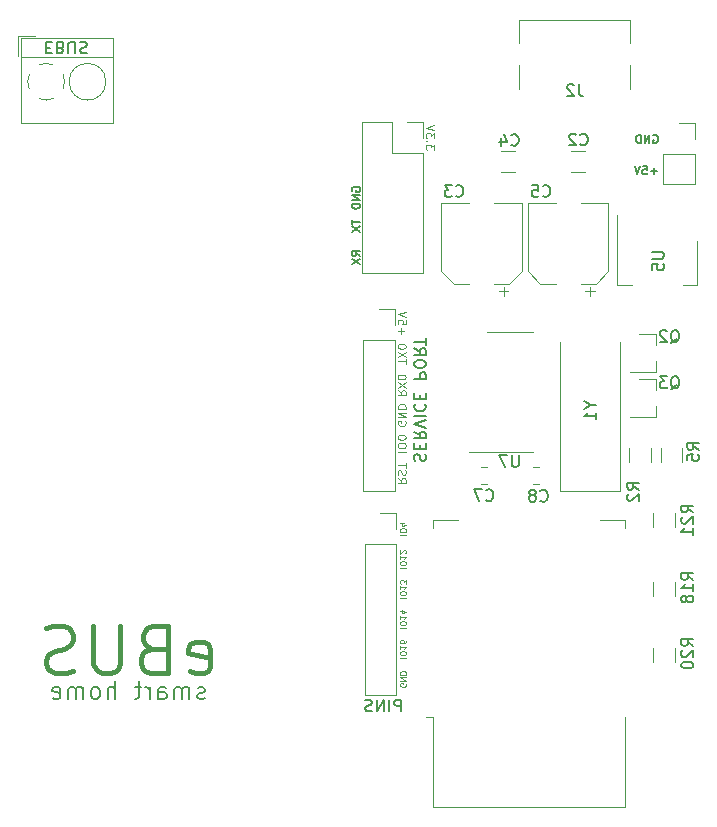
<source format=gbr>
%TF.GenerationSoftware,KiCad,Pcbnew,6.0.11-2627ca5db0~126~ubuntu20.04.1*%
%TF.CreationDate,2023-05-17T16:55:42+02:00*%
%TF.ProjectId,ebus,65627573-2e6b-4696-9361-645f70636258,rev?*%
%TF.SameCoordinates,Original*%
%TF.FileFunction,Legend,Bot*%
%TF.FilePolarity,Positive*%
%FSLAX46Y46*%
G04 Gerber Fmt 4.6, Leading zero omitted, Abs format (unit mm)*
G04 Created by KiCad (PCBNEW 6.0.11-2627ca5db0~126~ubuntu20.04.1) date 2023-05-17 16:55:42*
%MOMM*%
%LPD*%
G01*
G04 APERTURE LIST*
%ADD10C,0.150000*%
%ADD11C,0.125000*%
%ADD12C,0.200000*%
%ADD13C,0.400000*%
%ADD14C,0.120000*%
G04 APERTURE END LIST*
D10*
X97567000Y-96240666D02*
X97533666Y-96174000D01*
X97533666Y-96074000D01*
X97567000Y-95974000D01*
X97633666Y-95907333D01*
X97700333Y-95874000D01*
X97833666Y-95840666D01*
X97933666Y-95840666D01*
X98067000Y-95874000D01*
X98133666Y-95907333D01*
X98200333Y-95974000D01*
X98233666Y-96074000D01*
X98233666Y-96140666D01*
X98200333Y-96240666D01*
X98167000Y-96274000D01*
X97933666Y-96274000D01*
X97933666Y-96140666D01*
X98233666Y-96574000D02*
X97533666Y-96574000D01*
X98233666Y-96974000D01*
X97533666Y-96974000D01*
X98233666Y-97307333D02*
X97533666Y-97307333D01*
X97533666Y-97474000D01*
X97567000Y-97574000D01*
X97633666Y-97640666D01*
X97700333Y-97674000D01*
X97833666Y-97707333D01*
X97933666Y-97707333D01*
X98067000Y-97674000D01*
X98133666Y-97640666D01*
X98200333Y-97574000D01*
X98233666Y-97474000D01*
X98233666Y-97307333D01*
X98233666Y-101737333D02*
X97900333Y-101504000D01*
X98233666Y-101337333D02*
X97533666Y-101337333D01*
X97533666Y-101604000D01*
X97567000Y-101670666D01*
X97600333Y-101704000D01*
X97667000Y-101737333D01*
X97767000Y-101737333D01*
X97833666Y-101704000D01*
X97867000Y-101670666D01*
X97900333Y-101604000D01*
X97900333Y-101337333D01*
X97533666Y-101970666D02*
X98233666Y-102437333D01*
X97533666Y-102437333D02*
X98233666Y-101970666D01*
X97533666Y-98653666D02*
X97533666Y-99053666D01*
X98233666Y-98853666D02*
X97533666Y-98853666D01*
X97533666Y-99220333D02*
X98233666Y-99687000D01*
X97533666Y-99687000D02*
X98233666Y-99220333D01*
D11*
X104523333Y-92727333D02*
X104523333Y-92294000D01*
X104256666Y-92527333D01*
X104256666Y-92427333D01*
X104223333Y-92360666D01*
X104190000Y-92327333D01*
X104123333Y-92294000D01*
X103956666Y-92294000D01*
X103890000Y-92327333D01*
X103856666Y-92360666D01*
X103823333Y-92427333D01*
X103823333Y-92627333D01*
X103856666Y-92694000D01*
X103890000Y-92727333D01*
X103890000Y-91994000D02*
X103856666Y-91960666D01*
X103823333Y-91994000D01*
X103856666Y-92027333D01*
X103890000Y-91994000D01*
X103823333Y-91994000D01*
X104523333Y-91727333D02*
X104523333Y-91294000D01*
X104256666Y-91527333D01*
X104256666Y-91427333D01*
X104223333Y-91360666D01*
X104190000Y-91327333D01*
X104123333Y-91294000D01*
X103956666Y-91294000D01*
X103890000Y-91327333D01*
X103856666Y-91360666D01*
X103823333Y-91427333D01*
X103823333Y-91627333D01*
X103856666Y-91694000D01*
X103890000Y-91727333D01*
X104523333Y-91094000D02*
X103823333Y-90860666D01*
X104523333Y-90627333D01*
D10*
X123378800Y-94538000D02*
X122845466Y-94538000D01*
X123112133Y-94804666D02*
X123112133Y-94271333D01*
X122178800Y-94104666D02*
X122512133Y-94104666D01*
X122545466Y-94438000D01*
X122512133Y-94404666D01*
X122445466Y-94371333D01*
X122278800Y-94371333D01*
X122212133Y-94404666D01*
X122178800Y-94438000D01*
X122145466Y-94504666D01*
X122145466Y-94671333D01*
X122178800Y-94738000D01*
X122212133Y-94771333D01*
X122278800Y-94804666D01*
X122445466Y-94804666D01*
X122512133Y-94771333D01*
X122545466Y-94738000D01*
X121945466Y-94104666D02*
X121712133Y-94804666D01*
X121478800Y-94104666D01*
X101703000Y-140279380D02*
X101703000Y-139279380D01*
X101322047Y-139279380D01*
X101226809Y-139327000D01*
X101179190Y-139374619D01*
X101131571Y-139469857D01*
X101131571Y-139612714D01*
X101179190Y-139707952D01*
X101226809Y-139755571D01*
X101322047Y-139803190D01*
X101703000Y-139803190D01*
X100703000Y-140279380D02*
X100703000Y-139279380D01*
X100226809Y-140279380D02*
X100226809Y-139279380D01*
X99655380Y-140279380D01*
X99655380Y-139279380D01*
X99226809Y-140231761D02*
X99083952Y-140279380D01*
X98845857Y-140279380D01*
X98750619Y-140231761D01*
X98703000Y-140184142D01*
X98655380Y-140088904D01*
X98655380Y-139993666D01*
X98703000Y-139898428D01*
X98750619Y-139850809D01*
X98845857Y-139803190D01*
X99036333Y-139755571D01*
X99131571Y-139707952D01*
X99179190Y-139660333D01*
X99226809Y-139565095D01*
X99226809Y-139469857D01*
X99179190Y-139374619D01*
X99131571Y-139327000D01*
X99036333Y-139279380D01*
X98798238Y-139279380D01*
X98655380Y-139327000D01*
D11*
X101410333Y-120525333D02*
X101743666Y-120758666D01*
X101410333Y-120925333D02*
X102110333Y-120925333D01*
X102110333Y-120658666D01*
X102077000Y-120592000D01*
X102043666Y-120558666D01*
X101977000Y-120525333D01*
X101877000Y-120525333D01*
X101810333Y-120558666D01*
X101777000Y-120592000D01*
X101743666Y-120658666D01*
X101743666Y-120925333D01*
X101443666Y-120258666D02*
X101410333Y-120158666D01*
X101410333Y-119992000D01*
X101443666Y-119925333D01*
X101477000Y-119892000D01*
X101543666Y-119858666D01*
X101610333Y-119858666D01*
X101677000Y-119892000D01*
X101710333Y-119925333D01*
X101743666Y-119992000D01*
X101777000Y-120125333D01*
X101810333Y-120192000D01*
X101843666Y-120225333D01*
X101910333Y-120258666D01*
X101977000Y-120258666D01*
X102043666Y-120225333D01*
X102077000Y-120192000D01*
X102110333Y-120125333D01*
X102110333Y-119958666D01*
X102077000Y-119858666D01*
X102110333Y-119658666D02*
X102110333Y-119258666D01*
X101410333Y-119458666D02*
X102110333Y-119458666D01*
X101627809Y-125341000D02*
X102127809Y-125341000D01*
X102127809Y-125007666D02*
X102127809Y-124912428D01*
X102104000Y-124864809D01*
X102056380Y-124817190D01*
X101961142Y-124793380D01*
X101794476Y-124793380D01*
X101699238Y-124817190D01*
X101651619Y-124864809D01*
X101627809Y-124912428D01*
X101627809Y-125007666D01*
X101651619Y-125055285D01*
X101699238Y-125102904D01*
X101794476Y-125126714D01*
X101961142Y-125126714D01*
X102056380Y-125102904D01*
X102104000Y-125055285D01*
X102127809Y-125007666D01*
X101961142Y-124364809D02*
X101627809Y-124364809D01*
X102151619Y-124483857D02*
X101794476Y-124602904D01*
X101794476Y-124293380D01*
X101627809Y-133199095D02*
X102127809Y-133199095D01*
X102127809Y-132865761D02*
X102127809Y-132770523D01*
X102104000Y-132722904D01*
X102056380Y-132675285D01*
X101961142Y-132651476D01*
X101794476Y-132651476D01*
X101699238Y-132675285D01*
X101651619Y-132722904D01*
X101627809Y-132770523D01*
X101627809Y-132865761D01*
X101651619Y-132913380D01*
X101699238Y-132961000D01*
X101794476Y-132984809D01*
X101961142Y-132984809D01*
X102056380Y-132961000D01*
X102104000Y-132913380D01*
X102127809Y-132865761D01*
X101627809Y-132175285D02*
X101627809Y-132461000D01*
X101627809Y-132318142D02*
X102127809Y-132318142D01*
X102056380Y-132365761D01*
X102008761Y-132413380D01*
X101984952Y-132461000D01*
X101961142Y-131746714D02*
X101627809Y-131746714D01*
X102151619Y-131865761D02*
X101794476Y-131984809D01*
X101794476Y-131675285D01*
D12*
X85077285Y-139164142D02*
X84934428Y-139235571D01*
X84648714Y-139235571D01*
X84505857Y-139164142D01*
X84434428Y-139021285D01*
X84434428Y-138949857D01*
X84505857Y-138807000D01*
X84648714Y-138735571D01*
X84863000Y-138735571D01*
X85005857Y-138664142D01*
X85077285Y-138521285D01*
X85077285Y-138449857D01*
X85005857Y-138307000D01*
X84863000Y-138235571D01*
X84648714Y-138235571D01*
X84505857Y-138307000D01*
X83791571Y-139235571D02*
X83791571Y-138235571D01*
X83791571Y-138378428D02*
X83720142Y-138307000D01*
X83577285Y-138235571D01*
X83363000Y-138235571D01*
X83220142Y-138307000D01*
X83148714Y-138449857D01*
X83148714Y-139235571D01*
X83148714Y-138449857D02*
X83077285Y-138307000D01*
X82934428Y-138235571D01*
X82720142Y-138235571D01*
X82577285Y-138307000D01*
X82505857Y-138449857D01*
X82505857Y-139235571D01*
X81148714Y-139235571D02*
X81148714Y-138449857D01*
X81220142Y-138307000D01*
X81363000Y-138235571D01*
X81648714Y-138235571D01*
X81791571Y-138307000D01*
X81148714Y-139164142D02*
X81291571Y-139235571D01*
X81648714Y-139235571D01*
X81791571Y-139164142D01*
X81863000Y-139021285D01*
X81863000Y-138878428D01*
X81791571Y-138735571D01*
X81648714Y-138664142D01*
X81291571Y-138664142D01*
X81148714Y-138592714D01*
X80434428Y-139235571D02*
X80434428Y-138235571D01*
X80434428Y-138521285D02*
X80363000Y-138378428D01*
X80291571Y-138307000D01*
X80148714Y-138235571D01*
X80005857Y-138235571D01*
X79720142Y-138235571D02*
X79148714Y-138235571D01*
X79505857Y-137735571D02*
X79505857Y-139021285D01*
X79434428Y-139164142D01*
X79291571Y-139235571D01*
X79148714Y-139235571D01*
X77505857Y-139235571D02*
X77505857Y-137735571D01*
X76863000Y-139235571D02*
X76863000Y-138449857D01*
X76934428Y-138307000D01*
X77077285Y-138235571D01*
X77291571Y-138235571D01*
X77434428Y-138307000D01*
X77505857Y-138378428D01*
X75934428Y-139235571D02*
X76077285Y-139164142D01*
X76148714Y-139092714D01*
X76220142Y-138949857D01*
X76220142Y-138521285D01*
X76148714Y-138378428D01*
X76077285Y-138307000D01*
X75934428Y-138235571D01*
X75720142Y-138235571D01*
X75577285Y-138307000D01*
X75505857Y-138378428D01*
X75434428Y-138521285D01*
X75434428Y-138949857D01*
X75505857Y-139092714D01*
X75577285Y-139164142D01*
X75720142Y-139235571D01*
X75934428Y-139235571D01*
X74791571Y-139235571D02*
X74791571Y-138235571D01*
X74791571Y-138378428D02*
X74720142Y-138307000D01*
X74577285Y-138235571D01*
X74363000Y-138235571D01*
X74220142Y-138307000D01*
X74148714Y-138449857D01*
X74148714Y-139235571D01*
X74148714Y-138449857D02*
X74077285Y-138307000D01*
X73934428Y-138235571D01*
X73720142Y-138235571D01*
X73577285Y-138307000D01*
X73505857Y-138449857D01*
X73505857Y-139235571D01*
X72220142Y-139164142D02*
X72363000Y-139235571D01*
X72648714Y-139235571D01*
X72791571Y-139164142D01*
X72863000Y-139021285D01*
X72863000Y-138449857D01*
X72791571Y-138307000D01*
X72648714Y-138235571D01*
X72363000Y-138235571D01*
X72220142Y-138307000D01*
X72148714Y-138449857D01*
X72148714Y-138592714D01*
X72863000Y-138735571D01*
D11*
X102110333Y-110848666D02*
X102110333Y-110448666D01*
X101410333Y-110648666D02*
X102110333Y-110648666D01*
X102110333Y-110282000D02*
X101410333Y-109815333D01*
X102110333Y-109815333D02*
X101410333Y-110282000D01*
X102110333Y-109415333D02*
X102110333Y-109348666D01*
X102077000Y-109282000D01*
X102043666Y-109248666D01*
X101977000Y-109215333D01*
X101843666Y-109182000D01*
X101677000Y-109182000D01*
X101543666Y-109215333D01*
X101477000Y-109248666D01*
X101443666Y-109282000D01*
X101410333Y-109348666D01*
X101410333Y-109415333D01*
X101443666Y-109482000D01*
X101477000Y-109515333D01*
X101543666Y-109548666D01*
X101677000Y-109582000D01*
X101843666Y-109582000D01*
X101977000Y-109548666D01*
X102043666Y-109515333D01*
X102077000Y-109482000D01*
X102110333Y-109415333D01*
X101410333Y-118302000D02*
X102110333Y-118302000D01*
X102110333Y-117835333D02*
X102110333Y-117702000D01*
X102077000Y-117635333D01*
X102010333Y-117568666D01*
X101877000Y-117535333D01*
X101643666Y-117535333D01*
X101510333Y-117568666D01*
X101443666Y-117635333D01*
X101410333Y-117702000D01*
X101410333Y-117835333D01*
X101443666Y-117902000D01*
X101510333Y-117968666D01*
X101643666Y-118002000D01*
X101877000Y-118002000D01*
X102010333Y-117968666D01*
X102077000Y-117902000D01*
X102110333Y-117835333D01*
X102110333Y-117102000D02*
X102110333Y-117035333D01*
X102077000Y-116968666D01*
X102043666Y-116935333D01*
X101977000Y-116902000D01*
X101843666Y-116868666D01*
X101677000Y-116868666D01*
X101543666Y-116902000D01*
X101477000Y-116935333D01*
X101443666Y-116968666D01*
X101410333Y-117035333D01*
X101410333Y-117102000D01*
X101443666Y-117168666D01*
X101477000Y-117202000D01*
X101543666Y-117235333D01*
X101677000Y-117268666D01*
X101843666Y-117268666D01*
X101977000Y-117235333D01*
X102043666Y-117202000D01*
X102077000Y-117168666D01*
X102110333Y-117102000D01*
D10*
X123062933Y-91496400D02*
X123129600Y-91463066D01*
X123229600Y-91463066D01*
X123329600Y-91496400D01*
X123396266Y-91563066D01*
X123429600Y-91629733D01*
X123462933Y-91763066D01*
X123462933Y-91863066D01*
X123429600Y-91996400D01*
X123396266Y-92063066D01*
X123329600Y-92129733D01*
X123229600Y-92163066D01*
X123162933Y-92163066D01*
X123062933Y-92129733D01*
X123029600Y-92096400D01*
X123029600Y-91863066D01*
X123162933Y-91863066D01*
X122729600Y-92163066D02*
X122729600Y-91463066D01*
X122329600Y-92163066D01*
X122329600Y-91463066D01*
X121996266Y-92163066D02*
X121996266Y-91463066D01*
X121829600Y-91463066D01*
X121729600Y-91496400D01*
X121662933Y-91563066D01*
X121629600Y-91629733D01*
X121596266Y-91763066D01*
X121596266Y-91863066D01*
X121629600Y-91996400D01*
X121662933Y-92063066D01*
X121729600Y-92129733D01*
X121829600Y-92163066D01*
X121996266Y-92163066D01*
D11*
X101627809Y-128119095D02*
X102127809Y-128119095D01*
X102127809Y-127785761D02*
X102127809Y-127690523D01*
X102104000Y-127642904D01*
X102056380Y-127595285D01*
X101961142Y-127571476D01*
X101794476Y-127571476D01*
X101699238Y-127595285D01*
X101651619Y-127642904D01*
X101627809Y-127690523D01*
X101627809Y-127785761D01*
X101651619Y-127833380D01*
X101699238Y-127881000D01*
X101794476Y-127904809D01*
X101961142Y-127904809D01*
X102056380Y-127881000D01*
X102104000Y-127833380D01*
X102127809Y-127785761D01*
X101627809Y-127095285D02*
X101627809Y-127381000D01*
X101627809Y-127238142D02*
X102127809Y-127238142D01*
X102056380Y-127285761D01*
X102008761Y-127333380D01*
X101984952Y-127381000D01*
X102080190Y-126904809D02*
X102104000Y-126881000D01*
X102127809Y-126833380D01*
X102127809Y-126714333D01*
X102104000Y-126666714D01*
X102080190Y-126642904D01*
X102032571Y-126619095D01*
X101984952Y-126619095D01*
X101913523Y-126642904D01*
X101627809Y-126928619D01*
X101627809Y-126619095D01*
X101677000Y-108342000D02*
X101677000Y-107808666D01*
X101410333Y-108075333D02*
X101943666Y-108075333D01*
X102110333Y-107142000D02*
X102110333Y-107475333D01*
X101777000Y-107508666D01*
X101810333Y-107475333D01*
X101843666Y-107408666D01*
X101843666Y-107242000D01*
X101810333Y-107175333D01*
X101777000Y-107142000D01*
X101710333Y-107108666D01*
X101543666Y-107108666D01*
X101477000Y-107142000D01*
X101443666Y-107175333D01*
X101410333Y-107242000D01*
X101410333Y-107408666D01*
X101443666Y-107475333D01*
X101477000Y-107508666D01*
X102110333Y-106908666D02*
X101410333Y-106675333D01*
X102110333Y-106442000D01*
X102077000Y-115722333D02*
X102110333Y-115789000D01*
X102110333Y-115889000D01*
X102077000Y-115989000D01*
X102010333Y-116055666D01*
X101943666Y-116089000D01*
X101810333Y-116122333D01*
X101710333Y-116122333D01*
X101577000Y-116089000D01*
X101510333Y-116055666D01*
X101443666Y-115989000D01*
X101410333Y-115889000D01*
X101410333Y-115822333D01*
X101443666Y-115722333D01*
X101477000Y-115689000D01*
X101710333Y-115689000D01*
X101710333Y-115822333D01*
X101410333Y-115389000D02*
X102110333Y-115389000D01*
X101410333Y-114989000D01*
X102110333Y-114989000D01*
X101410333Y-114655666D02*
X102110333Y-114655666D01*
X102110333Y-114489000D01*
X102077000Y-114389000D01*
X102010333Y-114322333D01*
X101943666Y-114289000D01*
X101810333Y-114255666D01*
X101710333Y-114255666D01*
X101577000Y-114289000D01*
X101510333Y-114322333D01*
X101443666Y-114389000D01*
X101410333Y-114489000D01*
X101410333Y-114655666D01*
D10*
X102846238Y-119061857D02*
X102798619Y-118919000D01*
X102798619Y-118680904D01*
X102846238Y-118585666D01*
X102893857Y-118538047D01*
X102989095Y-118490428D01*
X103084333Y-118490428D01*
X103179571Y-118538047D01*
X103227190Y-118585666D01*
X103274809Y-118680904D01*
X103322428Y-118871380D01*
X103370047Y-118966619D01*
X103417666Y-119014238D01*
X103512904Y-119061857D01*
X103608142Y-119061857D01*
X103703380Y-119014238D01*
X103751000Y-118966619D01*
X103798619Y-118871380D01*
X103798619Y-118633285D01*
X103751000Y-118490428D01*
X103322428Y-118061857D02*
X103322428Y-117728523D01*
X102798619Y-117585666D02*
X102798619Y-118061857D01*
X103798619Y-118061857D01*
X103798619Y-117585666D01*
X102798619Y-116585666D02*
X103274809Y-116919000D01*
X102798619Y-117157095D02*
X103798619Y-117157095D01*
X103798619Y-116776142D01*
X103751000Y-116680904D01*
X103703380Y-116633285D01*
X103608142Y-116585666D01*
X103465285Y-116585666D01*
X103370047Y-116633285D01*
X103322428Y-116680904D01*
X103274809Y-116776142D01*
X103274809Y-117157095D01*
X103798619Y-116299952D02*
X102798619Y-115966619D01*
X103798619Y-115633285D01*
X102798619Y-115299952D02*
X103798619Y-115299952D01*
X102893857Y-114252333D02*
X102846238Y-114299952D01*
X102798619Y-114442809D01*
X102798619Y-114538047D01*
X102846238Y-114680904D01*
X102941476Y-114776142D01*
X103036714Y-114823761D01*
X103227190Y-114871380D01*
X103370047Y-114871380D01*
X103560523Y-114823761D01*
X103655761Y-114776142D01*
X103751000Y-114680904D01*
X103798619Y-114538047D01*
X103798619Y-114442809D01*
X103751000Y-114299952D01*
X103703380Y-114252333D01*
X103322428Y-113823761D02*
X103322428Y-113490428D01*
X102798619Y-113347571D02*
X102798619Y-113823761D01*
X103798619Y-113823761D01*
X103798619Y-113347571D01*
X102798619Y-112157095D02*
X103798619Y-112157095D01*
X103798619Y-111776142D01*
X103751000Y-111680904D01*
X103703380Y-111633285D01*
X103608142Y-111585666D01*
X103465285Y-111585666D01*
X103370047Y-111633285D01*
X103322428Y-111680904D01*
X103274809Y-111776142D01*
X103274809Y-112157095D01*
X103798619Y-110966619D02*
X103798619Y-110776142D01*
X103751000Y-110680904D01*
X103655761Y-110585666D01*
X103465285Y-110538047D01*
X103131952Y-110538047D01*
X102941476Y-110585666D01*
X102846238Y-110680904D01*
X102798619Y-110776142D01*
X102798619Y-110966619D01*
X102846238Y-111061857D01*
X102941476Y-111157095D01*
X103131952Y-111204714D01*
X103465285Y-111204714D01*
X103655761Y-111157095D01*
X103751000Y-111061857D01*
X103798619Y-110966619D01*
X102798619Y-109538047D02*
X103274809Y-109871380D01*
X102798619Y-110109476D02*
X103798619Y-110109476D01*
X103798619Y-109728523D01*
X103751000Y-109633285D01*
X103703380Y-109585666D01*
X103608142Y-109538047D01*
X103465285Y-109538047D01*
X103370047Y-109585666D01*
X103322428Y-109633285D01*
X103274809Y-109728523D01*
X103274809Y-110109476D01*
X103798619Y-109252333D02*
X103798619Y-108680904D01*
X102798619Y-108966619D02*
X103798619Y-108966619D01*
D11*
X101627809Y-135739095D02*
X102127809Y-135739095D01*
X102127809Y-135405761D02*
X102127809Y-135310523D01*
X102104000Y-135262904D01*
X102056380Y-135215285D01*
X101961142Y-135191476D01*
X101794476Y-135191476D01*
X101699238Y-135215285D01*
X101651619Y-135262904D01*
X101627809Y-135310523D01*
X101627809Y-135405761D01*
X101651619Y-135453380D01*
X101699238Y-135501000D01*
X101794476Y-135524809D01*
X101961142Y-135524809D01*
X102056380Y-135501000D01*
X102104000Y-135453380D01*
X102127809Y-135405761D01*
X101627809Y-134715285D02*
X101627809Y-135001000D01*
X101627809Y-134858142D02*
X102127809Y-134858142D01*
X102056380Y-134905761D01*
X102008761Y-134953380D01*
X101984952Y-135001000D01*
X102127809Y-134286714D02*
X102127809Y-134381952D01*
X102104000Y-134429571D01*
X102080190Y-134453380D01*
X102008761Y-134501000D01*
X101913523Y-134524809D01*
X101723047Y-134524809D01*
X101675428Y-134501000D01*
X101651619Y-134477190D01*
X101627809Y-134429571D01*
X101627809Y-134334333D01*
X101651619Y-134286714D01*
X101675428Y-134262904D01*
X101723047Y-134239095D01*
X101842095Y-134239095D01*
X101889714Y-134262904D01*
X101913523Y-134286714D01*
X101937333Y-134334333D01*
X101937333Y-134429571D01*
X101913523Y-134477190D01*
X101889714Y-134501000D01*
X101842095Y-134524809D01*
X101410333Y-113099000D02*
X101743666Y-113332333D01*
X101410333Y-113499000D02*
X102110333Y-113499000D01*
X102110333Y-113232333D01*
X102077000Y-113165666D01*
X102043666Y-113132333D01*
X101977000Y-113099000D01*
X101877000Y-113099000D01*
X101810333Y-113132333D01*
X101777000Y-113165666D01*
X101743666Y-113232333D01*
X101743666Y-113499000D01*
X102110333Y-112865666D02*
X101410333Y-112399000D01*
X102110333Y-112399000D02*
X101410333Y-112865666D01*
X102110333Y-111999000D02*
X102110333Y-111932333D01*
X102077000Y-111865666D01*
X102043666Y-111832333D01*
X101977000Y-111799000D01*
X101843666Y-111765666D01*
X101677000Y-111765666D01*
X101543666Y-111799000D01*
X101477000Y-111832333D01*
X101443666Y-111865666D01*
X101410333Y-111932333D01*
X101410333Y-111999000D01*
X101443666Y-112065666D01*
X101477000Y-112099000D01*
X101543666Y-112132333D01*
X101677000Y-112165666D01*
X101843666Y-112165666D01*
X101977000Y-112132333D01*
X102043666Y-112099000D01*
X102077000Y-112065666D01*
X102110333Y-111999000D01*
D13*
X83851095Y-136874047D02*
X84232047Y-137064523D01*
X84993952Y-137064523D01*
X85374904Y-136874047D01*
X85565380Y-136493095D01*
X85565380Y-134969285D01*
X85374904Y-134588333D01*
X84993952Y-134397857D01*
X84232047Y-134397857D01*
X83851095Y-134588333D01*
X83660619Y-134969285D01*
X83660619Y-135350238D01*
X85565380Y-135731190D01*
X80613000Y-134969285D02*
X80041571Y-135159761D01*
X79851095Y-135350238D01*
X79660619Y-135731190D01*
X79660619Y-136302619D01*
X79851095Y-136683571D01*
X80041571Y-136874047D01*
X80422523Y-137064523D01*
X81946333Y-137064523D01*
X81946333Y-133064523D01*
X80613000Y-133064523D01*
X80232047Y-133255000D01*
X80041571Y-133445476D01*
X79851095Y-133826428D01*
X79851095Y-134207380D01*
X80041571Y-134588333D01*
X80232047Y-134778809D01*
X80613000Y-134969285D01*
X81946333Y-134969285D01*
X77946333Y-133064523D02*
X77946333Y-136302619D01*
X77755857Y-136683571D01*
X77565380Y-136874047D01*
X77184428Y-137064523D01*
X76422523Y-137064523D01*
X76041571Y-136874047D01*
X75851095Y-136683571D01*
X75660619Y-136302619D01*
X75660619Y-133064523D01*
X73946333Y-136874047D02*
X73374904Y-137064523D01*
X72422523Y-137064523D01*
X72041571Y-136874047D01*
X71851095Y-136683571D01*
X71660619Y-136302619D01*
X71660619Y-135921666D01*
X71851095Y-135540714D01*
X72041571Y-135350238D01*
X72422523Y-135159761D01*
X73184428Y-134969285D01*
X73565380Y-134778809D01*
X73755857Y-134588333D01*
X73946333Y-134207380D01*
X73946333Y-133826428D01*
X73755857Y-133445476D01*
X73565380Y-133255000D01*
X73184428Y-133064523D01*
X72232047Y-133064523D01*
X71660619Y-133255000D01*
D11*
X102104000Y-137921952D02*
X102127809Y-137969571D01*
X102127809Y-138041000D01*
X102104000Y-138112428D01*
X102056380Y-138160047D01*
X102008761Y-138183857D01*
X101913523Y-138207666D01*
X101842095Y-138207666D01*
X101746857Y-138183857D01*
X101699238Y-138160047D01*
X101651619Y-138112428D01*
X101627809Y-138041000D01*
X101627809Y-137993380D01*
X101651619Y-137921952D01*
X101675428Y-137898142D01*
X101842095Y-137898142D01*
X101842095Y-137993380D01*
X101627809Y-137683857D02*
X102127809Y-137683857D01*
X101627809Y-137398142D01*
X102127809Y-137398142D01*
X101627809Y-137160047D02*
X102127809Y-137160047D01*
X102127809Y-137041000D01*
X102104000Y-136969571D01*
X102056380Y-136921952D01*
X102008761Y-136898142D01*
X101913523Y-136874333D01*
X101842095Y-136874333D01*
X101746857Y-136898142D01*
X101699238Y-136921952D01*
X101651619Y-136969571D01*
X101627809Y-137041000D01*
X101627809Y-137160047D01*
X101627809Y-130659095D02*
X102127809Y-130659095D01*
X102127809Y-130325761D02*
X102127809Y-130230523D01*
X102104000Y-130182904D01*
X102056380Y-130135285D01*
X101961142Y-130111476D01*
X101794476Y-130111476D01*
X101699238Y-130135285D01*
X101651619Y-130182904D01*
X101627809Y-130230523D01*
X101627809Y-130325761D01*
X101651619Y-130373380D01*
X101699238Y-130421000D01*
X101794476Y-130444809D01*
X101961142Y-130444809D01*
X102056380Y-130421000D01*
X102104000Y-130373380D01*
X102127809Y-130325761D01*
X101627809Y-129635285D02*
X101627809Y-129921000D01*
X101627809Y-129778142D02*
X102127809Y-129778142D01*
X102056380Y-129825761D01*
X102008761Y-129873380D01*
X101984952Y-129921000D01*
X102127809Y-129468619D02*
X102127809Y-129159095D01*
X101937333Y-129325761D01*
X101937333Y-129254333D01*
X101913523Y-129206714D01*
X101889714Y-129182904D01*
X101842095Y-129159095D01*
X101723047Y-129159095D01*
X101675428Y-129182904D01*
X101651619Y-129206714D01*
X101627809Y-129254333D01*
X101627809Y-129397190D01*
X101651619Y-129444809D01*
X101675428Y-129468619D01*
D10*
X71640914Y-84094628D02*
X71974247Y-84094628D01*
X72117104Y-83570819D02*
X71640914Y-83570819D01*
X71640914Y-84570819D01*
X72117104Y-84570819D01*
X72879009Y-84094628D02*
X73021866Y-84047009D01*
X73069485Y-83999390D01*
X73117104Y-83904152D01*
X73117104Y-83761295D01*
X73069485Y-83666057D01*
X73021866Y-83618438D01*
X72926628Y-83570819D01*
X72545676Y-83570819D01*
X72545676Y-84570819D01*
X72879009Y-84570819D01*
X72974247Y-84523200D01*
X73021866Y-84475580D01*
X73069485Y-84380342D01*
X73069485Y-84285104D01*
X73021866Y-84189866D01*
X72974247Y-84142247D01*
X72879009Y-84094628D01*
X72545676Y-84094628D01*
X73545676Y-84570819D02*
X73545676Y-83761295D01*
X73593295Y-83666057D01*
X73640914Y-83618438D01*
X73736152Y-83570819D01*
X73926628Y-83570819D01*
X74021866Y-83618438D01*
X74069485Y-83666057D01*
X74117104Y-83761295D01*
X74117104Y-84570819D01*
X74545676Y-83618438D02*
X74688533Y-83570819D01*
X74926628Y-83570819D01*
X75021866Y-83618438D01*
X75069485Y-83666057D01*
X75117104Y-83761295D01*
X75117104Y-83856533D01*
X75069485Y-83951771D01*
X75021866Y-83999390D01*
X74926628Y-84047009D01*
X74736152Y-84094628D01*
X74640914Y-84142247D01*
X74593295Y-84189866D01*
X74545676Y-84285104D01*
X74545676Y-84380342D01*
X74593295Y-84475580D01*
X74640914Y-84523200D01*
X74736152Y-84570819D01*
X74974247Y-84570819D01*
X75117104Y-84523200D01*
%TO.C,C2*%
X116879666Y-92263142D02*
X116927285Y-92310761D01*
X117070142Y-92358380D01*
X117165380Y-92358380D01*
X117308238Y-92310761D01*
X117403476Y-92215523D01*
X117451095Y-92120285D01*
X117498714Y-91929809D01*
X117498714Y-91786952D01*
X117451095Y-91596476D01*
X117403476Y-91501238D01*
X117308238Y-91406000D01*
X117165380Y-91358380D01*
X117070142Y-91358380D01*
X116927285Y-91406000D01*
X116879666Y-91453619D01*
X116498714Y-91453619D02*
X116451095Y-91406000D01*
X116355857Y-91358380D01*
X116117761Y-91358380D01*
X116022523Y-91406000D01*
X115974904Y-91453619D01*
X115927285Y-91548857D01*
X115927285Y-91644095D01*
X115974904Y-91786952D01*
X116546333Y-92358380D01*
X115927285Y-92358380D01*
%TO.C,C3*%
X106338666Y-96623142D02*
X106386285Y-96670761D01*
X106529142Y-96718380D01*
X106624380Y-96718380D01*
X106767238Y-96670761D01*
X106862476Y-96575523D01*
X106910095Y-96480285D01*
X106957714Y-96289809D01*
X106957714Y-96146952D01*
X106910095Y-95956476D01*
X106862476Y-95861238D01*
X106767238Y-95766000D01*
X106624380Y-95718380D01*
X106529142Y-95718380D01*
X106386285Y-95766000D01*
X106338666Y-95813619D01*
X106005333Y-95718380D02*
X105386285Y-95718380D01*
X105719619Y-96099333D01*
X105576761Y-96099333D01*
X105481523Y-96146952D01*
X105433904Y-96194571D01*
X105386285Y-96289809D01*
X105386285Y-96527904D01*
X105433904Y-96623142D01*
X105481523Y-96670761D01*
X105576761Y-96718380D01*
X105862476Y-96718380D01*
X105957714Y-96670761D01*
X106005333Y-96623142D01*
%TO.C,C4*%
X111037666Y-92305142D02*
X111085285Y-92352761D01*
X111228142Y-92400380D01*
X111323380Y-92400380D01*
X111466238Y-92352761D01*
X111561476Y-92257523D01*
X111609095Y-92162285D01*
X111656714Y-91971809D01*
X111656714Y-91828952D01*
X111609095Y-91638476D01*
X111561476Y-91543238D01*
X111466238Y-91448000D01*
X111323380Y-91400380D01*
X111228142Y-91400380D01*
X111085285Y-91448000D01*
X111037666Y-91495619D01*
X110180523Y-91733714D02*
X110180523Y-92400380D01*
X110418619Y-91352761D02*
X110656714Y-92067047D01*
X110037666Y-92067047D01*
%TO.C,J2*%
X116766933Y-87183980D02*
X116766933Y-87898266D01*
X116814552Y-88041123D01*
X116909790Y-88136361D01*
X117052647Y-88183980D01*
X117147885Y-88183980D01*
X116338361Y-87279219D02*
X116290742Y-87231600D01*
X116195504Y-87183980D01*
X115957409Y-87183980D01*
X115862171Y-87231600D01*
X115814552Y-87279219D01*
X115766933Y-87374457D01*
X115766933Y-87469695D01*
X115814552Y-87612552D01*
X116385980Y-88183980D01*
X115766933Y-88183980D01*
%TO.C,R18*%
X126436380Y-129151142D02*
X125960190Y-128817809D01*
X126436380Y-128579714D02*
X125436380Y-128579714D01*
X125436380Y-128960666D01*
X125484000Y-129055904D01*
X125531619Y-129103523D01*
X125626857Y-129151142D01*
X125769714Y-129151142D01*
X125864952Y-129103523D01*
X125912571Y-129055904D01*
X125960190Y-128960666D01*
X125960190Y-128579714D01*
X126436380Y-130103523D02*
X126436380Y-129532095D01*
X126436380Y-129817809D02*
X125436380Y-129817809D01*
X125579238Y-129722571D01*
X125674476Y-129627333D01*
X125722095Y-129532095D01*
X125864952Y-130674952D02*
X125817333Y-130579714D01*
X125769714Y-130532095D01*
X125674476Y-130484476D01*
X125626857Y-130484476D01*
X125531619Y-130532095D01*
X125484000Y-130579714D01*
X125436380Y-130674952D01*
X125436380Y-130865428D01*
X125484000Y-130960666D01*
X125531619Y-131008285D01*
X125626857Y-131055904D01*
X125674476Y-131055904D01*
X125769714Y-131008285D01*
X125817333Y-130960666D01*
X125864952Y-130865428D01*
X125864952Y-130674952D01*
X125912571Y-130579714D01*
X125960190Y-130532095D01*
X126055428Y-130484476D01*
X126245904Y-130484476D01*
X126341142Y-130532095D01*
X126388761Y-130579714D01*
X126436380Y-130674952D01*
X126436380Y-130865428D01*
X126388761Y-130960666D01*
X126341142Y-131008285D01*
X126245904Y-131055904D01*
X126055428Y-131055904D01*
X125960190Y-131008285D01*
X125912571Y-130960666D01*
X125864952Y-130865428D01*
%TO.C,R20*%
X126436380Y-134739142D02*
X125960190Y-134405809D01*
X126436380Y-134167714D02*
X125436380Y-134167714D01*
X125436380Y-134548666D01*
X125484000Y-134643904D01*
X125531619Y-134691523D01*
X125626857Y-134739142D01*
X125769714Y-134739142D01*
X125864952Y-134691523D01*
X125912571Y-134643904D01*
X125960190Y-134548666D01*
X125960190Y-134167714D01*
X125531619Y-135120095D02*
X125484000Y-135167714D01*
X125436380Y-135262952D01*
X125436380Y-135501047D01*
X125484000Y-135596285D01*
X125531619Y-135643904D01*
X125626857Y-135691523D01*
X125722095Y-135691523D01*
X125864952Y-135643904D01*
X126436380Y-135072476D01*
X126436380Y-135691523D01*
X125436380Y-136310571D02*
X125436380Y-136405809D01*
X125484000Y-136501047D01*
X125531619Y-136548666D01*
X125626857Y-136596285D01*
X125817333Y-136643904D01*
X126055428Y-136643904D01*
X126245904Y-136596285D01*
X126341142Y-136548666D01*
X126388761Y-136501047D01*
X126436380Y-136405809D01*
X126436380Y-136310571D01*
X126388761Y-136215333D01*
X126341142Y-136167714D01*
X126245904Y-136120095D01*
X126055428Y-136072476D01*
X125817333Y-136072476D01*
X125626857Y-136120095D01*
X125531619Y-136167714D01*
X125484000Y-136215333D01*
X125436380Y-136310571D01*
%TO.C,U5*%
X122972580Y-101371495D02*
X123782104Y-101371495D01*
X123877342Y-101419114D01*
X123924961Y-101466733D01*
X123972580Y-101561971D01*
X123972580Y-101752447D01*
X123924961Y-101847685D01*
X123877342Y-101895304D01*
X123782104Y-101942923D01*
X122972580Y-101942923D01*
X122972580Y-102895304D02*
X122972580Y-102419114D01*
X123448771Y-102371495D01*
X123401152Y-102419114D01*
X123353533Y-102514352D01*
X123353533Y-102752447D01*
X123401152Y-102847685D01*
X123448771Y-102895304D01*
X123544009Y-102942923D01*
X123782104Y-102942923D01*
X123877342Y-102895304D01*
X123924961Y-102847685D01*
X123972580Y-102752447D01*
X123972580Y-102514352D01*
X123924961Y-102419114D01*
X123877342Y-102371495D01*
%TO.C,R21*%
X126436380Y-123436142D02*
X125960190Y-123102809D01*
X126436380Y-122864714D02*
X125436380Y-122864714D01*
X125436380Y-123245666D01*
X125484000Y-123340904D01*
X125531619Y-123388523D01*
X125626857Y-123436142D01*
X125769714Y-123436142D01*
X125864952Y-123388523D01*
X125912571Y-123340904D01*
X125960190Y-123245666D01*
X125960190Y-122864714D01*
X125531619Y-123817095D02*
X125484000Y-123864714D01*
X125436380Y-123959952D01*
X125436380Y-124198047D01*
X125484000Y-124293285D01*
X125531619Y-124340904D01*
X125626857Y-124388523D01*
X125722095Y-124388523D01*
X125864952Y-124340904D01*
X126436380Y-123769476D01*
X126436380Y-124388523D01*
X126436380Y-125340904D02*
X126436380Y-124769476D01*
X126436380Y-125055190D02*
X125436380Y-125055190D01*
X125579238Y-124959952D01*
X125674476Y-124864714D01*
X125722095Y-124769476D01*
%TO.C,C5*%
X113704666Y-96623142D02*
X113752285Y-96670761D01*
X113895142Y-96718380D01*
X113990380Y-96718380D01*
X114133238Y-96670761D01*
X114228476Y-96575523D01*
X114276095Y-96480285D01*
X114323714Y-96289809D01*
X114323714Y-96146952D01*
X114276095Y-95956476D01*
X114228476Y-95861238D01*
X114133238Y-95766000D01*
X113990380Y-95718380D01*
X113895142Y-95718380D01*
X113752285Y-95766000D01*
X113704666Y-95813619D01*
X112799904Y-95718380D02*
X113276095Y-95718380D01*
X113323714Y-96194571D01*
X113276095Y-96146952D01*
X113180857Y-96099333D01*
X112942761Y-96099333D01*
X112847523Y-96146952D01*
X112799904Y-96194571D01*
X112752285Y-96289809D01*
X112752285Y-96527904D01*
X112799904Y-96623142D01*
X112847523Y-96670761D01*
X112942761Y-96718380D01*
X113180857Y-96718380D01*
X113276095Y-96670761D01*
X113323714Y-96623142D01*
%TO.C,Q2*%
X124529838Y-109081819D02*
X124625076Y-109034200D01*
X124720314Y-108938961D01*
X124863171Y-108796104D01*
X124958409Y-108748485D01*
X125053647Y-108748485D01*
X125006028Y-108986580D02*
X125101266Y-108938961D01*
X125196504Y-108843723D01*
X125244123Y-108653247D01*
X125244123Y-108319914D01*
X125196504Y-108129438D01*
X125101266Y-108034200D01*
X125006028Y-107986580D01*
X124815552Y-107986580D01*
X124720314Y-108034200D01*
X124625076Y-108129438D01*
X124577457Y-108319914D01*
X124577457Y-108653247D01*
X124625076Y-108843723D01*
X124720314Y-108938961D01*
X124815552Y-108986580D01*
X125006028Y-108986580D01*
X124196504Y-108081819D02*
X124148885Y-108034200D01*
X124053647Y-107986580D01*
X123815552Y-107986580D01*
X123720314Y-108034200D01*
X123672695Y-108081819D01*
X123625076Y-108177057D01*
X123625076Y-108272295D01*
X123672695Y-108415152D01*
X124244123Y-108986580D01*
X123625076Y-108986580D01*
%TO.C,Q3*%
X124529838Y-113018819D02*
X124625076Y-112971200D01*
X124720314Y-112875961D01*
X124863171Y-112733104D01*
X124958409Y-112685485D01*
X125053647Y-112685485D01*
X125006028Y-112923580D02*
X125101266Y-112875961D01*
X125196504Y-112780723D01*
X125244123Y-112590247D01*
X125244123Y-112256914D01*
X125196504Y-112066438D01*
X125101266Y-111971200D01*
X125006028Y-111923580D01*
X124815552Y-111923580D01*
X124720314Y-111971200D01*
X124625076Y-112066438D01*
X124577457Y-112256914D01*
X124577457Y-112590247D01*
X124625076Y-112780723D01*
X124720314Y-112875961D01*
X124815552Y-112923580D01*
X125006028Y-112923580D01*
X124244123Y-111923580D02*
X123625076Y-111923580D01*
X123958409Y-112304533D01*
X123815552Y-112304533D01*
X123720314Y-112352152D01*
X123672695Y-112399771D01*
X123625076Y-112495009D01*
X123625076Y-112733104D01*
X123672695Y-112828342D01*
X123720314Y-112875961D01*
X123815552Y-112923580D01*
X124101266Y-112923580D01*
X124196504Y-112875961D01*
X124244123Y-112828342D01*
%TO.C,R2*%
X121838980Y-121499333D02*
X121362790Y-121166000D01*
X121838980Y-120927904D02*
X120838980Y-120927904D01*
X120838980Y-121308857D01*
X120886600Y-121404095D01*
X120934219Y-121451714D01*
X121029457Y-121499333D01*
X121172314Y-121499333D01*
X121267552Y-121451714D01*
X121315171Y-121404095D01*
X121362790Y-121308857D01*
X121362790Y-120927904D01*
X120934219Y-121880285D02*
X120886600Y-121927904D01*
X120838980Y-122023142D01*
X120838980Y-122261238D01*
X120886600Y-122356476D01*
X120934219Y-122404095D01*
X121029457Y-122451714D01*
X121124695Y-122451714D01*
X121267552Y-122404095D01*
X121838980Y-121832666D01*
X121838980Y-122451714D01*
%TO.C,R5*%
X126918980Y-118121133D02*
X126442790Y-117787800D01*
X126918980Y-117549704D02*
X125918980Y-117549704D01*
X125918980Y-117930657D01*
X125966600Y-118025895D01*
X126014219Y-118073514D01*
X126109457Y-118121133D01*
X126252314Y-118121133D01*
X126347552Y-118073514D01*
X126395171Y-118025895D01*
X126442790Y-117930657D01*
X126442790Y-117549704D01*
X125918980Y-119025895D02*
X125918980Y-118549704D01*
X126395171Y-118502085D01*
X126347552Y-118549704D01*
X126299933Y-118644942D01*
X126299933Y-118883038D01*
X126347552Y-118978276D01*
X126395171Y-119025895D01*
X126490409Y-119073514D01*
X126728504Y-119073514D01*
X126823742Y-119025895D01*
X126871361Y-118978276D01*
X126918980Y-118883038D01*
X126918980Y-118644942D01*
X126871361Y-118549704D01*
X126823742Y-118502085D01*
%TO.C,U7*%
X111659904Y-118591380D02*
X111659904Y-119400904D01*
X111612285Y-119496142D01*
X111564666Y-119543761D01*
X111469428Y-119591380D01*
X111278952Y-119591380D01*
X111183714Y-119543761D01*
X111136095Y-119496142D01*
X111088476Y-119400904D01*
X111088476Y-118591380D01*
X110707523Y-118591380D02*
X110040857Y-118591380D01*
X110469428Y-119591380D01*
%TO.C,C7*%
X108904066Y-122378742D02*
X108951685Y-122426361D01*
X109094542Y-122473980D01*
X109189780Y-122473980D01*
X109332638Y-122426361D01*
X109427876Y-122331123D01*
X109475495Y-122235885D01*
X109523114Y-122045409D01*
X109523114Y-121902552D01*
X109475495Y-121712076D01*
X109427876Y-121616838D01*
X109332638Y-121521600D01*
X109189780Y-121473980D01*
X109094542Y-121473980D01*
X108951685Y-121521600D01*
X108904066Y-121569219D01*
X108570733Y-121473980D02*
X107904066Y-121473980D01*
X108332638Y-122473980D01*
%TO.C,C8*%
X113501466Y-122429542D02*
X113549085Y-122477161D01*
X113691942Y-122524780D01*
X113787180Y-122524780D01*
X113930038Y-122477161D01*
X114025276Y-122381923D01*
X114072895Y-122286685D01*
X114120514Y-122096209D01*
X114120514Y-121953352D01*
X114072895Y-121762876D01*
X114025276Y-121667638D01*
X113930038Y-121572400D01*
X113787180Y-121524780D01*
X113691942Y-121524780D01*
X113549085Y-121572400D01*
X113501466Y-121620019D01*
X112930038Y-121953352D02*
X113025276Y-121905733D01*
X113072895Y-121858114D01*
X113120514Y-121762876D01*
X113120514Y-121715257D01*
X113072895Y-121620019D01*
X113025276Y-121572400D01*
X112930038Y-121524780D01*
X112739561Y-121524780D01*
X112644323Y-121572400D01*
X112596704Y-121620019D01*
X112549085Y-121715257D01*
X112549085Y-121762876D01*
X112596704Y-121858114D01*
X112644323Y-121905733D01*
X112739561Y-121953352D01*
X112930038Y-121953352D01*
X113025276Y-122000971D01*
X113072895Y-122048590D01*
X113120514Y-122143828D01*
X113120514Y-122334304D01*
X113072895Y-122429542D01*
X113025276Y-122477161D01*
X112930038Y-122524780D01*
X112739561Y-122524780D01*
X112644323Y-122477161D01*
X112596704Y-122429542D01*
X112549085Y-122334304D01*
X112549085Y-122143828D01*
X112596704Y-122048590D01*
X112644323Y-122000971D01*
X112739561Y-121953352D01*
%TO.C,Y1*%
X117755990Y-114357209D02*
X118232180Y-114357209D01*
X117232180Y-114023876D02*
X117755990Y-114357209D01*
X117232180Y-114690542D01*
X118232180Y-115547685D02*
X118232180Y-114976257D01*
X118232180Y-115261971D02*
X117232180Y-115261971D01*
X117375038Y-115166733D01*
X117470276Y-115071495D01*
X117517895Y-114976257D01*
D14*
%TO.C,C2*%
X117315064Y-92816000D02*
X116110936Y-92816000D01*
X117315064Y-94636000D02*
X116110936Y-94636000D01*
%TO.C,C3*%
X105124200Y-97250200D02*
X107474200Y-97250200D01*
X110879763Y-104070200D02*
X109594200Y-104070200D01*
X106188637Y-104070200D02*
X107474200Y-104070200D01*
X106188637Y-104070200D02*
X105124200Y-103005763D01*
X110879763Y-104070200D02*
X111944200Y-103005763D01*
X110381700Y-105097700D02*
X110381700Y-104310200D01*
X111944200Y-103005763D02*
X111944200Y-97250200D01*
X110775450Y-104703950D02*
X109987950Y-104703950D01*
X111944200Y-97250200D02*
X109594200Y-97250200D01*
X105124200Y-103005763D02*
X105124200Y-97250200D01*
%TO.C,C4*%
X110141936Y-94636000D02*
X111346064Y-94636000D01*
X110141936Y-92816000D02*
X111346064Y-92816000D01*
%TO.C,J2*%
X121082800Y-83648800D02*
X121082800Y-81748800D01*
X111682800Y-87548800D02*
X111682800Y-85548800D01*
X111682800Y-83648800D02*
X111682800Y-81748800D01*
X121082800Y-87548800D02*
X121082800Y-85548800D01*
X111682800Y-81748800D02*
X121082800Y-81748800D01*
%TO.C,J4*%
X101152000Y-108839000D02*
X101152000Y-121599000D01*
X101152000Y-108839000D02*
X98492000Y-108839000D01*
X98492000Y-108839000D02*
X98492000Y-121599000D01*
X101152000Y-121599000D02*
X98492000Y-121599000D01*
X101152000Y-107569000D02*
X101152000Y-106239000D01*
X101152000Y-106239000D02*
X99822000Y-106239000D01*
%TO.C,J5*%
X101279000Y-124841000D02*
X101279000Y-123511000D01*
X101279000Y-123511000D02*
X99949000Y-123511000D01*
X101279000Y-138871000D02*
X98619000Y-138871000D01*
X98619000Y-126111000D02*
X98619000Y-138871000D01*
X101279000Y-126111000D02*
X98619000Y-126111000D01*
X101279000Y-126111000D02*
X101279000Y-138871000D01*
%TO.C,J6*%
X126552000Y-95660600D02*
X123892000Y-95660600D01*
X126552000Y-93060600D02*
X123892000Y-93060600D01*
X126552000Y-93060600D02*
X126552000Y-95660600D01*
X123892000Y-93060600D02*
X123892000Y-95660600D01*
X126552000Y-90460600D02*
X125222000Y-90460600D01*
X126552000Y-91790600D02*
X126552000Y-90460600D01*
%TO.C,R18*%
X124862000Y-129318936D02*
X124862000Y-130523064D01*
X123042000Y-129318936D02*
X123042000Y-130523064D01*
%TO.C,R20*%
X124862000Y-136111064D02*
X124862000Y-134906936D01*
X123042000Y-136111064D02*
X123042000Y-134906936D01*
%TO.C,U5*%
X119983200Y-104221200D02*
X121243200Y-104221200D01*
X119983200Y-98211200D02*
X119983200Y-104221200D01*
X126803200Y-100461200D02*
X126803200Y-104221200D01*
X126803200Y-104221200D02*
X125543200Y-104221200D01*
%TO.C,U6*%
X120642000Y-148340200D02*
X120642000Y-140720200D01*
X106522000Y-124100200D02*
X104402000Y-124100200D01*
X104402000Y-124100200D02*
X104402000Y-124720200D01*
X104402000Y-148340200D02*
X120642000Y-148340200D01*
X120642000Y-124100200D02*
X118522000Y-124100200D01*
X104402000Y-140720200D02*
X104402000Y-148340200D01*
X120642000Y-124720200D02*
X120642000Y-124100200D01*
X104402000Y-140720200D02*
X103792000Y-140720200D01*
%TO.C,R21*%
X123042000Y-123476936D02*
X123042000Y-124681064D01*
X124862000Y-123476936D02*
X124862000Y-124681064D01*
%TO.C,C5*%
X112439400Y-103005763D02*
X112439400Y-97250200D01*
X119259400Y-97250200D02*
X116909400Y-97250200D01*
X118194963Y-104070200D02*
X116909400Y-104070200D01*
X113503837Y-104070200D02*
X112439400Y-103005763D01*
X119259400Y-103005763D02*
X119259400Y-97250200D01*
X118194963Y-104070200D02*
X119259400Y-103005763D01*
X118090650Y-104703950D02*
X117303150Y-104703950D01*
X112439400Y-97250200D02*
X114789400Y-97250200D01*
X117696900Y-105097700D02*
X117696900Y-104310200D01*
X113503837Y-104070200D02*
X114789400Y-104070200D01*
%TO.C,J7*%
X100965000Y-90364000D02*
X98365000Y-90364000D01*
X103565000Y-92964000D02*
X103565000Y-103184000D01*
X103565000Y-90364000D02*
X102235000Y-90364000D01*
X103565000Y-103184000D02*
X98365000Y-103184000D01*
X103565000Y-91694000D02*
X103565000Y-90364000D01*
X103565000Y-92964000D02*
X100965000Y-92964000D01*
X100965000Y-92964000D02*
X100965000Y-90364000D01*
X98365000Y-90364000D02*
X98365000Y-103184000D01*
%TO.C,Q2*%
X123289600Y-111511200D02*
X123289600Y-110581200D01*
X123289600Y-108351200D02*
X121829600Y-108351200D01*
X123289600Y-108351200D02*
X123289600Y-109281200D01*
X123289600Y-111511200D02*
X121129600Y-111511200D01*
%TO.C,Q3*%
X123289600Y-115321200D02*
X121129600Y-115321200D01*
X123289600Y-115321200D02*
X123289600Y-114391200D01*
X123289600Y-112161200D02*
X121829600Y-112161200D01*
X123289600Y-112161200D02*
X123289600Y-113091200D01*
%TO.C,R2*%
X122855400Y-117939736D02*
X122855400Y-119143864D01*
X121035400Y-117939736D02*
X121035400Y-119143864D01*
%TO.C,R5*%
X123702400Y-117939736D02*
X123702400Y-119143864D01*
X125522400Y-117939736D02*
X125522400Y-119143864D01*
%TO.C,U7*%
X110898000Y-108179000D02*
X108948000Y-108179000D01*
X110898000Y-108179000D02*
X112848000Y-108179000D01*
X110898000Y-118299000D02*
X112848000Y-118299000D01*
X110898000Y-118299000D02*
X107448000Y-118299000D01*
%TO.C,J1*%
X69496000Y-90428000D02*
X77316000Y-90428000D01*
X69256000Y-83068000D02*
X70756000Y-83068000D01*
X69496000Y-90428000D02*
X69496000Y-83308000D01*
X69496000Y-83308000D02*
X77316000Y-83308000D01*
X69496000Y-84868000D02*
X77316000Y-84868000D01*
X77316000Y-90428000D02*
X77316000Y-83308000D01*
X69256000Y-84808000D02*
X69256000Y-83068000D01*
X73088109Y-87575742D02*
G75*
G03*
X73088000Y-86360000I-1432112J607743D01*
G01*
X71048258Y-88400109D02*
G75*
G03*
X72264000Y-88400000I607742J1432109D01*
G01*
X70223891Y-86360258D02*
G75*
G03*
X70224000Y-87576000I1432109J-607742D01*
G01*
X71683011Y-85412507D02*
G75*
G03*
X71048000Y-85536000I-27013J-1555481D01*
G01*
X72263587Y-85536615D02*
G75*
G03*
X71656000Y-85413000I-607587J-1431385D01*
G01*
X76711000Y-86968000D02*
G75*
G03*
X76711000Y-86968000I-1555000J0D01*
G01*
%TO.C,C7*%
X108478822Y-121029800D02*
X108995978Y-121029800D01*
X108478822Y-119609800D02*
X108995978Y-119609800D01*
%TO.C,C8*%
X113405978Y-119609800D02*
X112888822Y-119609800D01*
X113405978Y-121029800D02*
X112888822Y-121029800D01*
%TO.C,Y1*%
X120279000Y-109009600D02*
X120279000Y-121609600D01*
X115179000Y-121609600D02*
X115179000Y-109009600D01*
X120279000Y-121609600D02*
X115179000Y-121609600D01*
%TD*%
M02*

</source>
